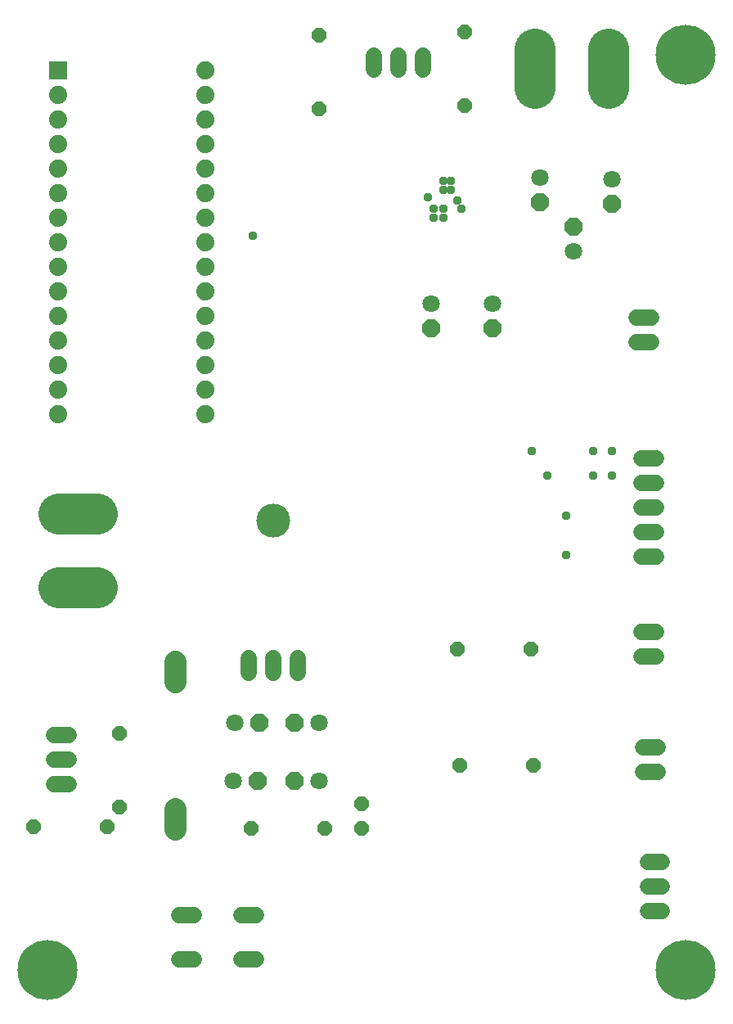
<source format=gbr>
G04 EAGLE Gerber RS-274X export*
G75*
%MOMM*%
%FSLAX34Y34*%
%LPD*%
%INSoldermask Bottom*%
%IPPOS*%
%AMOC8*
5,1,8,0,0,1.08239X$1,22.5*%
G01*
%ADD10P,1.951982X8X112.500000*%
%ADD11C,1.803400*%
%ADD12P,1.951982X8X292.500000*%
%ADD13R,1.879600X1.879600*%
%ADD14C,1.879600*%
%ADD15C,1.727200*%
%ADD16C,3.505200*%
%ADD17C,2.298700*%
%ADD18P,1.951982X8X22.500000*%
%ADD19P,1.951982X8X202.500000*%
%ADD20C,4.219200*%
%ADD21C,1.711200*%
%ADD22P,1.649562X8X22.500000*%
%ADD23P,1.649562X8X292.500000*%
%ADD24P,1.649562X8X112.500000*%
%ADD25P,1.649562X8X202.500000*%
%ADD26C,0.959600*%
%ADD27C,6.203200*%


D10*
X579438Y781050D03*
D11*
X579438Y755650D03*
D12*
X544513Y806450D03*
D11*
X544513Y831850D03*
D12*
X619125Y804863D03*
D11*
X619125Y830263D03*
D13*
X46038Y942975D03*
D14*
X46038Y917575D03*
X46038Y892175D03*
X46038Y866775D03*
X46038Y841375D03*
X46038Y815975D03*
X46038Y790575D03*
X46038Y765175D03*
X46038Y739775D03*
X46038Y714375D03*
X46038Y688975D03*
X46038Y663575D03*
X46038Y638175D03*
X46038Y612775D03*
X46038Y587375D03*
X198438Y942975D03*
X198438Y917575D03*
X198438Y892175D03*
X198438Y866775D03*
X198438Y841375D03*
X198438Y815975D03*
X198438Y790575D03*
X198438Y765175D03*
X198438Y739775D03*
X198438Y714375D03*
X198438Y688975D03*
X198438Y663575D03*
X198438Y638175D03*
X198438Y612775D03*
X198438Y587375D03*
D15*
X236030Y23432D02*
X251270Y23432D01*
X251270Y68644D02*
X236030Y68644D01*
X186246Y23432D02*
X171006Y23432D01*
X171006Y68644D02*
X186246Y68644D01*
D12*
X495300Y676275D03*
D11*
X495300Y701675D03*
D12*
X431800Y676275D03*
D11*
X431800Y701675D03*
D15*
X242888Y334645D02*
X242888Y319405D01*
X268288Y319405D02*
X268288Y334645D01*
X293688Y334645D02*
X293688Y319405D01*
D16*
X268288Y476885D03*
D17*
X166688Y331153D02*
X166688Y310198D01*
X166688Y178753D02*
X166688Y157798D01*
D18*
X254000Y268288D03*
D11*
X228600Y268288D03*
D18*
X252413Y207963D03*
D11*
X227013Y207963D03*
D19*
X290513Y207963D03*
D11*
X315913Y207963D03*
D19*
X290513Y268288D03*
D11*
X315913Y268288D03*
D20*
X86755Y407988D02*
X46595Y407988D01*
X46595Y484188D02*
X86755Y484188D01*
X539750Y924483D02*
X539750Y964643D01*
X615950Y964643D02*
X615950Y924483D01*
D21*
X656035Y123825D02*
X671115Y123825D01*
X671115Y98425D02*
X656035Y98425D01*
X656035Y73025D02*
X671115Y73025D01*
X664765Y361950D02*
X649685Y361950D01*
X649685Y336550D02*
X664765Y336550D01*
X666353Y242888D02*
X651273Y242888D01*
X651273Y217488D02*
X666353Y217488D01*
X664765Y541338D02*
X649685Y541338D01*
X649685Y515938D02*
X664765Y515938D01*
X664765Y490538D02*
X649685Y490538D01*
X649685Y465138D02*
X664765Y465138D01*
X664765Y439738D02*
X649685Y439738D01*
X644923Y687388D02*
X660003Y687388D01*
X660003Y661988D02*
X644923Y661988D01*
D22*
X458788Y344488D03*
X534988Y344488D03*
X461963Y223838D03*
X538163Y223838D03*
D23*
X360363Y184150D03*
X360363Y158750D03*
D22*
X246063Y158750D03*
X322263Y158750D03*
D21*
X373063Y943373D02*
X373063Y958453D01*
X398463Y958453D02*
X398463Y943373D01*
X423863Y943373D02*
X423863Y958453D01*
D24*
X315913Y903288D03*
X315913Y979488D03*
D23*
X466725Y982663D03*
X466725Y906463D03*
D21*
X56753Y204788D02*
X41673Y204788D01*
X41673Y230188D02*
X56753Y230188D01*
X56753Y255588D02*
X41673Y255588D01*
D25*
X96838Y160338D03*
X20638Y160338D03*
D23*
X109538Y257175D03*
X109538Y180975D03*
D26*
X600075Y549275D03*
X619125Y549275D03*
X619125Y523875D03*
X600075Y523875D03*
D27*
X695325Y958850D03*
X695325Y12700D03*
X34925Y12700D03*
D26*
X247650Y771525D03*
X536575Y549275D03*
X552450Y523875D03*
X444500Y828675D03*
X452438Y828675D03*
X444500Y819150D03*
X452438Y819150D03*
X434975Y800100D03*
X444500Y800100D03*
X434975Y790575D03*
X444500Y790575D03*
X428625Y811213D03*
X458788Y808038D03*
X463550Y800100D03*
X571500Y482600D03*
X571500Y441325D03*
M02*

</source>
